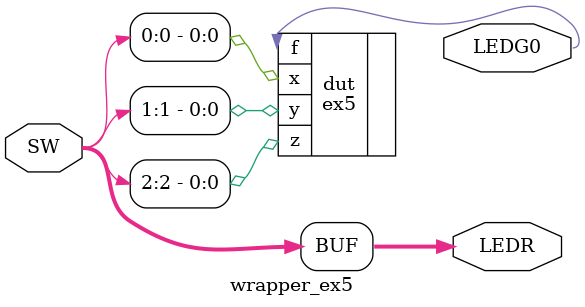
<source format=sv>
module wrapper_ex5(
	input [2:0]SW,
	output [2:0]LEDR,
	output LEDG0);
ex5 dut(
	.x(SW[0]),
	.y(SW[1]),
	.z(SW[2]),
	.f(LEDG0));
assign LEDR = SW;
endmodule
</source>
